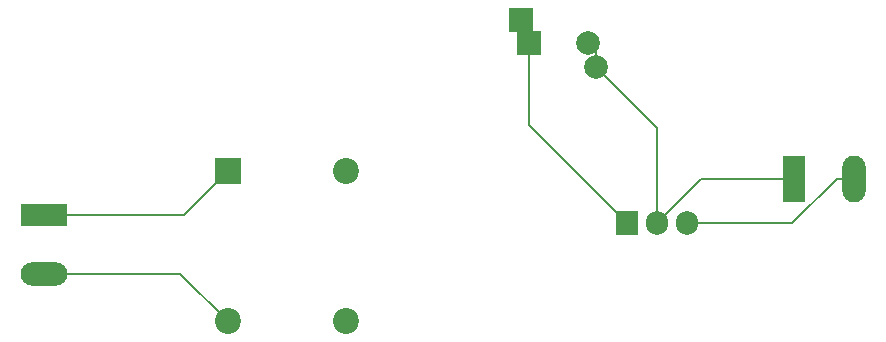
<source format=gbr>
%TF.GenerationSoftware,KiCad,Pcbnew,8.0.8*%
%TF.CreationDate,2025-02-20T20:42:50+05:30*%
%TF.ProjectId,AC to DC,41432074-6f20-4444-932e-6b696361645f,rev?*%
%TF.SameCoordinates,Original*%
%TF.FileFunction,Copper,L2,Bot*%
%TF.FilePolarity,Positive*%
%FSLAX46Y46*%
G04 Gerber Fmt 4.6, Leading zero omitted, Abs format (unit mm)*
G04 Created by KiCad (PCBNEW 8.0.8) date 2025-02-20 20:42:50*
%MOMM*%
%LPD*%
G01*
G04 APERTURE LIST*
%TA.AperFunction,ComponentPad*%
%ADD10R,1.980000X3.960000*%
%TD*%
%TA.AperFunction,ComponentPad*%
%ADD11O,1.980000X3.960000*%
%TD*%
%TA.AperFunction,ComponentPad*%
%ADD12R,2.000000X2.000000*%
%TD*%
%TA.AperFunction,ComponentPad*%
%ADD13C,2.000000*%
%TD*%
%TA.AperFunction,ComponentPad*%
%ADD14R,2.200000X2.200000*%
%TD*%
%TA.AperFunction,ComponentPad*%
%ADD15C,2.200000*%
%TD*%
%TA.AperFunction,ComponentPad*%
%ADD16R,3.960000X1.980000*%
%TD*%
%TA.AperFunction,ComponentPad*%
%ADD17O,3.960000X1.980000*%
%TD*%
%TA.AperFunction,ComponentPad*%
%ADD18R,1.905000X2.000000*%
%TD*%
%TA.AperFunction,ComponentPad*%
%ADD19O,1.905000X2.000000*%
%TD*%
%TA.AperFunction,Conductor*%
%ADD20C,0.200000*%
%TD*%
G04 APERTURE END LIST*
D10*
%TO.P,J2,1,Pin_1*%
%TO.N,GND*%
X185500000Y-60500000D03*
D11*
%TO.P,J2,2,Pin_2*%
%TO.N,Net-(J2-Pin_2)*%
X190500000Y-60500000D03*
%TD*%
D12*
%TO.P,C1,1*%
%TO.N,Net-(D2-+)*%
X162327856Y-47000000D03*
X163000000Y-49000000D03*
D13*
%TO.P,C1,2*%
%TO.N,GND*%
X168000000Y-49000000D03*
X168672144Y-51000000D03*
%TD*%
D14*
%TO.P,T1,1,AA*%
%TO.N,Net-(J1-Pin_1)*%
X137500000Y-59800000D03*
D15*
%TO.P,T1,2,AB*%
%TO.N,Net-(J1-Pin_2)*%
X137500000Y-72500000D03*
%TO.P,T1,3,SA*%
%TO.N,GND*%
X147500000Y-72500000D03*
%TO.P,T1,4,SB*%
%TO.N,Net-(T1-SB)*%
X147500000Y-59800000D03*
%TD*%
D16*
%TO.P,J1,1,Pin_1*%
%TO.N,Net-(J1-Pin_1)*%
X122000000Y-63500000D03*
D17*
%TO.P,J1,2,Pin_2*%
%TO.N,Net-(J1-Pin_2)*%
X122000000Y-68500000D03*
%TD*%
D18*
%TO.P,U1,1,VI*%
%TO.N,Net-(D2-+)*%
X171322500Y-64245000D03*
D19*
%TO.P,U1,2,GND*%
%TO.N,GND*%
X173862500Y-64245000D03*
%TO.P,U1,3,VO*%
%TO.N,Net-(J2-Pin_2)*%
X176402500Y-64245000D03*
%TD*%
D20*
%TO.N,Net-(D2-+)*%
X163000000Y-49000000D02*
X163000000Y-55922500D01*
X162327856Y-48327856D02*
X163000000Y-49000000D01*
X162327856Y-47000000D02*
X162327856Y-48327856D01*
X163000000Y-55922500D02*
X171322500Y-64245000D01*
%TO.N,Net-(J1-Pin_2)*%
X133500000Y-68500000D02*
X137500000Y-72500000D01*
X122000000Y-68500000D02*
X133500000Y-68500000D01*
%TO.N,Net-(J1-Pin_1)*%
X133800000Y-63500000D02*
X137500000Y-59800000D01*
X122000000Y-63500000D02*
X133800000Y-63500000D01*
%TO.N,Net-(J2-Pin_2)*%
X176402500Y-64245000D02*
X185325000Y-64245000D01*
X189070000Y-60500000D02*
X190500000Y-60500000D01*
X185325000Y-64245000D02*
X189070000Y-60500000D01*
%TO.N,GND*%
X168672144Y-51000000D02*
X168672144Y-49672144D01*
X173862500Y-56190356D02*
X168672144Y-51000000D01*
X173862500Y-64245000D02*
X177607500Y-60500000D01*
X173862500Y-64245000D02*
X173862500Y-56190356D01*
X177607500Y-60500000D02*
X185500000Y-60500000D01*
X168672144Y-49672144D02*
X168000000Y-49000000D01*
%TD*%
M02*

</source>
